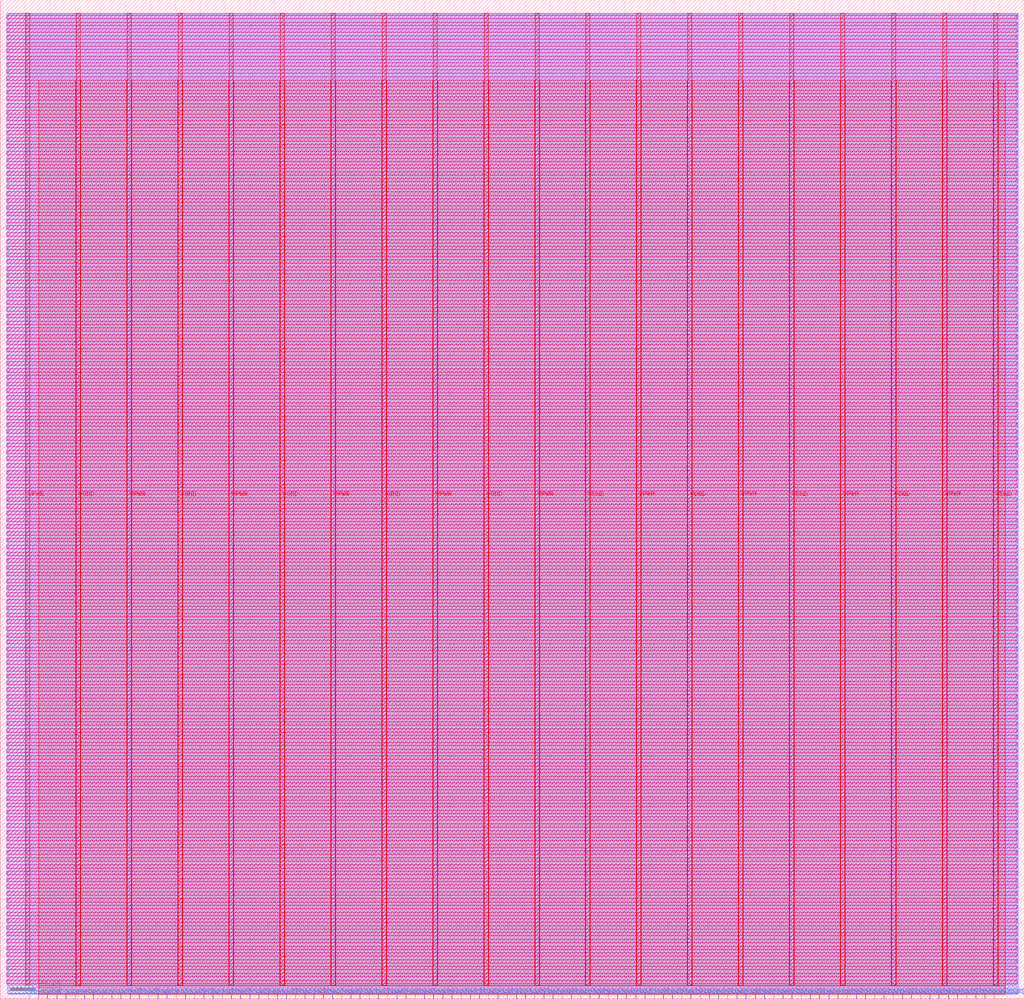
<source format=lef>
VERSION 5.7 ;
  NOWIREEXTENSIONATPIN ON ;
  DIVIDERCHAR "/" ;
  BUSBITCHARS "[]" ;
MACRO aes_example
  CLASS BLOCK ;
  FOREIGN aes_example ;
  ORIGIN 0.000 0.000 ;
  SIZE 820.000 BY 800.000 ;
  PIN VGND
    USE GROUND ;
    PORT
      LAYER met4 ;
        RECT 795.440 10.640 798.640 789.040 ;
    END
    PORT
      LAYER met4 ;
        RECT 713.840 10.640 717.040 789.040 ;
    END
    PORT
      LAYER met4 ;
        RECT 632.240 10.640 635.440 789.040 ;
    END
    PORT
      LAYER met4 ;
        RECT 550.640 10.640 553.840 789.040 ;
    END
    PORT
      LAYER met4 ;
        RECT 469.040 10.640 472.240 789.040 ;
    END
    PORT
      LAYER met4 ;
        RECT 387.440 10.640 390.640 789.040 ;
    END
    PORT
      LAYER met4 ;
        RECT 305.840 10.640 309.040 789.040 ;
    END
    PORT
      LAYER met4 ;
        RECT 224.240 10.640 227.440 789.040 ;
    END
    PORT
      LAYER met4 ;
        RECT 142.640 10.640 145.840 789.040 ;
    END
    PORT
      LAYER met4 ;
        RECT 61.040 10.640 64.240 789.040 ;
    END
  END VGND
  PIN VPWR
    USE POWER ;
    PORT
      LAYER met4 ;
        RECT 754.640 10.640 757.840 789.040 ;
    END
    PORT
      LAYER met4 ;
        RECT 673.040 10.640 676.240 789.040 ;
    END
    PORT
      LAYER met4 ;
        RECT 591.440 10.640 594.640 789.040 ;
    END
    PORT
      LAYER met4 ;
        RECT 509.840 10.640 513.040 789.040 ;
    END
    PORT
      LAYER met4 ;
        RECT 428.240 10.640 431.440 789.040 ;
    END
    PORT
      LAYER met4 ;
        RECT 346.640 10.640 349.840 789.040 ;
    END
    PORT
      LAYER met4 ;
        RECT 265.040 10.640 268.240 789.040 ;
    END
    PORT
      LAYER met4 ;
        RECT 183.440 10.640 186.640 789.040 ;
    END
    PORT
      LAYER met4 ;
        RECT 101.840 10.640 105.040 789.040 ;
    END
    PORT
      LAYER met4 ;
        RECT 20.240 10.640 23.440 789.040 ;
    END
  END VPWR
  PIN wb_clk_i
    PORT
      LAYER met2 ;
        RECT 23.090 0.000 23.370 4.000 ;
    END
  END wb_clk_i
  PIN wb_rst_i
    PORT
      LAYER met2 ;
        RECT 30.450 0.000 30.730 4.000 ;
    END
  END wb_rst_i
  PIN wbs_ack_o
    PORT
      LAYER met2 ;
        RECT 37.810 0.000 38.090 4.000 ;
    END
  END wbs_ack_o
  PIN wbs_adr_i[0]
    PORT
      LAYER met2 ;
        RECT 67.250 0.000 67.530 4.000 ;
    END
  END wbs_adr_i[0]
  PIN wbs_adr_i[10]
    PORT
      LAYER met2 ;
        RECT 317.490 0.000 317.770 4.000 ;
    END
  END wbs_adr_i[10]
  PIN wbs_adr_i[11]
    PORT
      LAYER met2 ;
        RECT 339.570 0.000 339.850 4.000 ;
    END
  END wbs_adr_i[11]
  PIN wbs_adr_i[12]
    PORT
      LAYER met2 ;
        RECT 361.650 0.000 361.930 4.000 ;
    END
  END wbs_adr_i[12]
  PIN wbs_adr_i[13]
    PORT
      LAYER met2 ;
        RECT 383.730 0.000 384.010 4.000 ;
    END
  END wbs_adr_i[13]
  PIN wbs_adr_i[14]
    PORT
      LAYER met2 ;
        RECT 405.810 0.000 406.090 4.000 ;
    END
  END wbs_adr_i[14]
  PIN wbs_adr_i[15]
    PORT
      LAYER met2 ;
        RECT 427.890 0.000 428.170 4.000 ;
    END
  END wbs_adr_i[15]
  PIN wbs_adr_i[16]
    PORT
      LAYER met2 ;
        RECT 449.970 0.000 450.250 4.000 ;
    END
  END wbs_adr_i[16]
  PIN wbs_adr_i[17]
    PORT
      LAYER met2 ;
        RECT 472.050 0.000 472.330 4.000 ;
    END
  END wbs_adr_i[17]
  PIN wbs_adr_i[18]
    PORT
      LAYER met2 ;
        RECT 494.130 0.000 494.410 4.000 ;
    END
  END wbs_adr_i[18]
  PIN wbs_adr_i[19]
    PORT
      LAYER met2 ;
        RECT 516.210 0.000 516.490 4.000 ;
    END
  END wbs_adr_i[19]
  PIN wbs_adr_i[1]
    PORT
      LAYER met2 ;
        RECT 96.690 0.000 96.970 4.000 ;
    END
  END wbs_adr_i[1]
  PIN wbs_adr_i[20]
    PORT
      LAYER met2 ;
        RECT 538.290 0.000 538.570 4.000 ;
    END
  END wbs_adr_i[20]
  PIN wbs_adr_i[21]
    PORT
      LAYER met2 ;
        RECT 560.370 0.000 560.650 4.000 ;
    END
  END wbs_adr_i[21]
  PIN wbs_adr_i[22]
    PORT
      LAYER met2 ;
        RECT 582.450 0.000 582.730 4.000 ;
    END
  END wbs_adr_i[22]
  PIN wbs_adr_i[23]
    PORT
      LAYER met2 ;
        RECT 604.530 0.000 604.810 4.000 ;
    END
  END wbs_adr_i[23]
  PIN wbs_adr_i[24]
    PORT
      LAYER met2 ;
        RECT 626.610 0.000 626.890 4.000 ;
    END
  END wbs_adr_i[24]
  PIN wbs_adr_i[25]
    PORT
      LAYER met2 ;
        RECT 648.690 0.000 648.970 4.000 ;
    END
  END wbs_adr_i[25]
  PIN wbs_adr_i[26]
    PORT
      LAYER met2 ;
        RECT 670.770 0.000 671.050 4.000 ;
    END
  END wbs_adr_i[26]
  PIN wbs_adr_i[27]
    PORT
      LAYER met2 ;
        RECT 692.850 0.000 693.130 4.000 ;
    END
  END wbs_adr_i[27]
  PIN wbs_adr_i[28]
    PORT
      LAYER met2 ;
        RECT 714.930 0.000 715.210 4.000 ;
    END
  END wbs_adr_i[28]
  PIN wbs_adr_i[29]
    PORT
      LAYER met2 ;
        RECT 737.010 0.000 737.290 4.000 ;
    END
  END wbs_adr_i[29]
  PIN wbs_adr_i[2]
    PORT
      LAYER met2 ;
        RECT 126.130 0.000 126.410 4.000 ;
    END
  END wbs_adr_i[2]
  PIN wbs_adr_i[30]
    PORT
      LAYER met2 ;
        RECT 759.090 0.000 759.370 4.000 ;
    END
  END wbs_adr_i[30]
  PIN wbs_adr_i[31]
    PORT
      LAYER met2 ;
        RECT 781.170 0.000 781.450 4.000 ;
    END
  END wbs_adr_i[31]
  PIN wbs_adr_i[3]
    PORT
      LAYER met2 ;
        RECT 155.570 0.000 155.850 4.000 ;
    END
  END wbs_adr_i[3]
  PIN wbs_adr_i[4]
    PORT
      LAYER met2 ;
        RECT 185.010 0.000 185.290 4.000 ;
    END
  END wbs_adr_i[4]
  PIN wbs_adr_i[5]
    PORT
      LAYER met2 ;
        RECT 207.090 0.000 207.370 4.000 ;
    END
  END wbs_adr_i[5]
  PIN wbs_adr_i[6]
    PORT
      LAYER met2 ;
        RECT 229.170 0.000 229.450 4.000 ;
    END
  END wbs_adr_i[6]
  PIN wbs_adr_i[7]
    PORT
      LAYER met2 ;
        RECT 251.250 0.000 251.530 4.000 ;
    END
  END wbs_adr_i[7]
  PIN wbs_adr_i[8]
    PORT
      LAYER met2 ;
        RECT 273.330 0.000 273.610 4.000 ;
    END
  END wbs_adr_i[8]
  PIN wbs_adr_i[9]
    PORT
      LAYER met2 ;
        RECT 295.410 0.000 295.690 4.000 ;
    END
  END wbs_adr_i[9]
  PIN wbs_cyc_i
    PORT
      LAYER met2 ;
        RECT 45.170 0.000 45.450 4.000 ;
    END
  END wbs_cyc_i
  PIN wbs_dat_i[0]
    PORT
      LAYER met2 ;
        RECT 74.610 0.000 74.890 4.000 ;
    END
  END wbs_dat_i[0]
  PIN wbs_dat_i[10]
    PORT
      LAYER met2 ;
        RECT 324.850 0.000 325.130 4.000 ;
    END
  END wbs_dat_i[10]
  PIN wbs_dat_i[11]
    PORT
      LAYER met2 ;
        RECT 346.930 0.000 347.210 4.000 ;
    END
  END wbs_dat_i[11]
  PIN wbs_dat_i[12]
    PORT
      LAYER met2 ;
        RECT 369.010 0.000 369.290 4.000 ;
    END
  END wbs_dat_i[12]
  PIN wbs_dat_i[13]
    PORT
      LAYER met2 ;
        RECT 391.090 0.000 391.370 4.000 ;
    END
  END wbs_dat_i[13]
  PIN wbs_dat_i[14]
    PORT
      LAYER met2 ;
        RECT 413.170 0.000 413.450 4.000 ;
    END
  END wbs_dat_i[14]
  PIN wbs_dat_i[15]
    PORT
      LAYER met2 ;
        RECT 435.250 0.000 435.530 4.000 ;
    END
  END wbs_dat_i[15]
  PIN wbs_dat_i[16]
    PORT
      LAYER met2 ;
        RECT 457.330 0.000 457.610 4.000 ;
    END
  END wbs_dat_i[16]
  PIN wbs_dat_i[17]
    PORT
      LAYER met2 ;
        RECT 479.410 0.000 479.690 4.000 ;
    END
  END wbs_dat_i[17]
  PIN wbs_dat_i[18]
    PORT
      LAYER met2 ;
        RECT 501.490 0.000 501.770 4.000 ;
    END
  END wbs_dat_i[18]
  PIN wbs_dat_i[19]
    PORT
      LAYER met2 ;
        RECT 523.570 0.000 523.850 4.000 ;
    END
  END wbs_dat_i[19]
  PIN wbs_dat_i[1]
    PORT
      LAYER met2 ;
        RECT 104.050 0.000 104.330 4.000 ;
    END
  END wbs_dat_i[1]
  PIN wbs_dat_i[20]
    PORT
      LAYER met2 ;
        RECT 545.650 0.000 545.930 4.000 ;
    END
  END wbs_dat_i[20]
  PIN wbs_dat_i[21]
    PORT
      LAYER met2 ;
        RECT 567.730 0.000 568.010 4.000 ;
    END
  END wbs_dat_i[21]
  PIN wbs_dat_i[22]
    PORT
      LAYER met2 ;
        RECT 589.810 0.000 590.090 4.000 ;
    END
  END wbs_dat_i[22]
  PIN wbs_dat_i[23]
    PORT
      LAYER met2 ;
        RECT 611.890 0.000 612.170 4.000 ;
    END
  END wbs_dat_i[23]
  PIN wbs_dat_i[24]
    PORT
      LAYER met2 ;
        RECT 633.970 0.000 634.250 4.000 ;
    END
  END wbs_dat_i[24]
  PIN wbs_dat_i[25]
    PORT
      LAYER met2 ;
        RECT 656.050 0.000 656.330 4.000 ;
    END
  END wbs_dat_i[25]
  PIN wbs_dat_i[26]
    PORT
      LAYER met2 ;
        RECT 678.130 0.000 678.410 4.000 ;
    END
  END wbs_dat_i[26]
  PIN wbs_dat_i[27]
    PORT
      LAYER met2 ;
        RECT 700.210 0.000 700.490 4.000 ;
    END
  END wbs_dat_i[27]
  PIN wbs_dat_i[28]
    PORT
      LAYER met2 ;
        RECT 722.290 0.000 722.570 4.000 ;
    END
  END wbs_dat_i[28]
  PIN wbs_dat_i[29]
    PORT
      LAYER met2 ;
        RECT 744.370 0.000 744.650 4.000 ;
    END
  END wbs_dat_i[29]
  PIN wbs_dat_i[2]
    PORT
      LAYER met2 ;
        RECT 133.490 0.000 133.770 4.000 ;
    END
  END wbs_dat_i[2]
  PIN wbs_dat_i[30]
    PORT
      LAYER met2 ;
        RECT 766.450 0.000 766.730 4.000 ;
    END
  END wbs_dat_i[30]
  PIN wbs_dat_i[31]
    PORT
      LAYER met2 ;
        RECT 788.530 0.000 788.810 4.000 ;
    END
  END wbs_dat_i[31]
  PIN wbs_dat_i[3]
    PORT
      LAYER met2 ;
        RECT 162.930 0.000 163.210 4.000 ;
    END
  END wbs_dat_i[3]
  PIN wbs_dat_i[4]
    PORT
      LAYER met2 ;
        RECT 192.370 0.000 192.650 4.000 ;
    END
  END wbs_dat_i[4]
  PIN wbs_dat_i[5]
    PORT
      LAYER met2 ;
        RECT 214.450 0.000 214.730 4.000 ;
    END
  END wbs_dat_i[5]
  PIN wbs_dat_i[6]
    PORT
      LAYER met2 ;
        RECT 236.530 0.000 236.810 4.000 ;
    END
  END wbs_dat_i[6]
  PIN wbs_dat_i[7]
    PORT
      LAYER met2 ;
        RECT 258.610 0.000 258.890 4.000 ;
    END
  END wbs_dat_i[7]
  PIN wbs_dat_i[8]
    PORT
      LAYER met2 ;
        RECT 280.690 0.000 280.970 4.000 ;
    END
  END wbs_dat_i[8]
  PIN wbs_dat_i[9]
    PORT
      LAYER met2 ;
        RECT 302.770 0.000 303.050 4.000 ;
    END
  END wbs_dat_i[9]
  PIN wbs_dat_o[0]
    PORT
      LAYER met2 ;
        RECT 81.970 0.000 82.250 4.000 ;
    END
  END wbs_dat_o[0]
  PIN wbs_dat_o[10]
    PORT
      LAYER met2 ;
        RECT 332.210 0.000 332.490 4.000 ;
    END
  END wbs_dat_o[10]
  PIN wbs_dat_o[11]
    PORT
      LAYER met2 ;
        RECT 354.290 0.000 354.570 4.000 ;
    END
  END wbs_dat_o[11]
  PIN wbs_dat_o[12]
    PORT
      LAYER met2 ;
        RECT 376.370 0.000 376.650 4.000 ;
    END
  END wbs_dat_o[12]
  PIN wbs_dat_o[13]
    PORT
      LAYER met2 ;
        RECT 398.450 0.000 398.730 4.000 ;
    END
  END wbs_dat_o[13]
  PIN wbs_dat_o[14]
    PORT
      LAYER met2 ;
        RECT 420.530 0.000 420.810 4.000 ;
    END
  END wbs_dat_o[14]
  PIN wbs_dat_o[15]
    PORT
      LAYER met2 ;
        RECT 442.610 0.000 442.890 4.000 ;
    END
  END wbs_dat_o[15]
  PIN wbs_dat_o[16]
    PORT
      LAYER met2 ;
        RECT 464.690 0.000 464.970 4.000 ;
    END
  END wbs_dat_o[16]
  PIN wbs_dat_o[17]
    PORT
      LAYER met2 ;
        RECT 486.770 0.000 487.050 4.000 ;
    END
  END wbs_dat_o[17]
  PIN wbs_dat_o[18]
    PORT
      LAYER met2 ;
        RECT 508.850 0.000 509.130 4.000 ;
    END
  END wbs_dat_o[18]
  PIN wbs_dat_o[19]
    PORT
      LAYER met2 ;
        RECT 530.930 0.000 531.210 4.000 ;
    END
  END wbs_dat_o[19]
  PIN wbs_dat_o[1]
    PORT
      LAYER met2 ;
        RECT 111.410 0.000 111.690 4.000 ;
    END
  END wbs_dat_o[1]
  PIN wbs_dat_o[20]
    PORT
      LAYER met2 ;
        RECT 553.010 0.000 553.290 4.000 ;
    END
  END wbs_dat_o[20]
  PIN wbs_dat_o[21]
    PORT
      LAYER met2 ;
        RECT 575.090 0.000 575.370 4.000 ;
    END
  END wbs_dat_o[21]
  PIN wbs_dat_o[22]
    PORT
      LAYER met2 ;
        RECT 597.170 0.000 597.450 4.000 ;
    END
  END wbs_dat_o[22]
  PIN wbs_dat_o[23]
    PORT
      LAYER met2 ;
        RECT 619.250 0.000 619.530 4.000 ;
    END
  END wbs_dat_o[23]
  PIN wbs_dat_o[24]
    PORT
      LAYER met2 ;
        RECT 641.330 0.000 641.610 4.000 ;
    END
  END wbs_dat_o[24]
  PIN wbs_dat_o[25]
    PORT
      LAYER met2 ;
        RECT 663.410 0.000 663.690 4.000 ;
    END
  END wbs_dat_o[25]
  PIN wbs_dat_o[26]
    PORT
      LAYER met2 ;
        RECT 685.490 0.000 685.770 4.000 ;
    END
  END wbs_dat_o[26]
  PIN wbs_dat_o[27]
    PORT
      LAYER met2 ;
        RECT 707.570 0.000 707.850 4.000 ;
    END
  END wbs_dat_o[27]
  PIN wbs_dat_o[28]
    PORT
      LAYER met2 ;
        RECT 729.650 0.000 729.930 4.000 ;
    END
  END wbs_dat_o[28]
  PIN wbs_dat_o[29]
    PORT
      LAYER met2 ;
        RECT 751.730 0.000 752.010 4.000 ;
    END
  END wbs_dat_o[29]
  PIN wbs_dat_o[2]
    PORT
      LAYER met2 ;
        RECT 140.850 0.000 141.130 4.000 ;
    END
  END wbs_dat_o[2]
  PIN wbs_dat_o[30]
    PORT
      LAYER met2 ;
        RECT 773.810 0.000 774.090 4.000 ;
    END
  END wbs_dat_o[30]
  PIN wbs_dat_o[31]
    PORT
      LAYER met2 ;
        RECT 795.890 0.000 796.170 4.000 ;
    END
  END wbs_dat_o[31]
  PIN wbs_dat_o[3]
    PORT
      LAYER met2 ;
        RECT 170.290 0.000 170.570 4.000 ;
    END
  END wbs_dat_o[3]
  PIN wbs_dat_o[4]
    PORT
      LAYER met2 ;
        RECT 199.730 0.000 200.010 4.000 ;
    END
  END wbs_dat_o[4]
  PIN wbs_dat_o[5]
    PORT
      LAYER met2 ;
        RECT 221.810 0.000 222.090 4.000 ;
    END
  END wbs_dat_o[5]
  PIN wbs_dat_o[6]
    PORT
      LAYER met2 ;
        RECT 243.890 0.000 244.170 4.000 ;
    END
  END wbs_dat_o[6]
  PIN wbs_dat_o[7]
    PORT
      LAYER met2 ;
        RECT 265.970 0.000 266.250 4.000 ;
    END
  END wbs_dat_o[7]
  PIN wbs_dat_o[8]
    PORT
      LAYER met2 ;
        RECT 288.050 0.000 288.330 4.000 ;
    END
  END wbs_dat_o[8]
  PIN wbs_dat_o[9]
    PORT
      LAYER met2 ;
        RECT 310.130 0.000 310.410 4.000 ;
    END
  END wbs_dat_o[9]
  PIN wbs_sel_i[0]
    PORT
      LAYER met2 ;
        RECT 89.330 0.000 89.610 4.000 ;
    END
  END wbs_sel_i[0]
  PIN wbs_sel_i[1]
    PORT
      LAYER met2 ;
        RECT 118.770 0.000 119.050 4.000 ;
    END
  END wbs_sel_i[1]
  PIN wbs_sel_i[2]
    PORT
      LAYER met2 ;
        RECT 148.210 0.000 148.490 4.000 ;
    END
  END wbs_sel_i[2]
  PIN wbs_sel_i[3]
    PORT
      LAYER met2 ;
        RECT 177.650 0.000 177.930 4.000 ;
    END
  END wbs_sel_i[3]
  PIN wbs_stb_i
    PORT
      LAYER met2 ;
        RECT 52.530 0.000 52.810 4.000 ;
    END
  END wbs_stb_i
  PIN wbs_we_i
    PORT
      LAYER met2 ;
        RECT 59.890 0.000 60.170 4.000 ;
    END
  END wbs_we_i
  OBS
      LAYER nwell ;
        RECT 5.330 784.665 814.390 787.495 ;
        RECT 5.330 779.225 814.390 782.055 ;
        RECT 5.330 773.785 814.390 776.615 ;
        RECT 5.330 768.345 814.390 771.175 ;
        RECT 5.330 762.905 814.390 765.735 ;
        RECT 5.330 757.465 814.390 760.295 ;
        RECT 5.330 752.025 814.390 754.855 ;
        RECT 5.330 746.585 814.390 749.415 ;
        RECT 5.330 741.145 814.390 743.975 ;
        RECT 5.330 735.705 814.390 738.535 ;
        RECT 5.330 730.265 814.390 733.095 ;
        RECT 5.330 724.825 814.390 727.655 ;
        RECT 5.330 719.385 814.390 722.215 ;
        RECT 5.330 713.945 814.390 716.775 ;
        RECT 5.330 708.505 814.390 711.335 ;
        RECT 5.330 703.065 814.390 705.895 ;
        RECT 5.330 697.625 814.390 700.455 ;
        RECT 5.330 692.185 814.390 695.015 ;
        RECT 5.330 686.745 814.390 689.575 ;
        RECT 5.330 681.305 814.390 684.135 ;
        RECT 5.330 675.865 814.390 678.695 ;
        RECT 5.330 670.425 814.390 673.255 ;
        RECT 5.330 664.985 814.390 667.815 ;
        RECT 5.330 659.545 814.390 662.375 ;
        RECT 5.330 654.105 814.390 656.935 ;
        RECT 5.330 648.665 814.390 651.495 ;
        RECT 5.330 643.225 814.390 646.055 ;
        RECT 5.330 637.785 814.390 640.615 ;
        RECT 5.330 632.345 814.390 635.175 ;
        RECT 5.330 626.905 814.390 629.735 ;
        RECT 5.330 621.465 814.390 624.295 ;
        RECT 5.330 616.025 814.390 618.855 ;
        RECT 5.330 610.585 814.390 613.415 ;
        RECT 5.330 605.145 814.390 607.975 ;
        RECT 5.330 599.705 814.390 602.535 ;
        RECT 5.330 594.265 814.390 597.095 ;
        RECT 5.330 588.825 814.390 591.655 ;
        RECT 5.330 583.385 814.390 586.215 ;
        RECT 5.330 577.945 814.390 580.775 ;
        RECT 5.330 572.505 814.390 575.335 ;
        RECT 5.330 567.065 814.390 569.895 ;
        RECT 5.330 561.625 814.390 564.455 ;
        RECT 5.330 556.185 814.390 559.015 ;
        RECT 5.330 550.745 814.390 553.575 ;
        RECT 5.330 545.305 814.390 548.135 ;
        RECT 5.330 539.865 814.390 542.695 ;
        RECT 5.330 534.425 814.390 537.255 ;
        RECT 5.330 528.985 814.390 531.815 ;
        RECT 5.330 523.545 814.390 526.375 ;
        RECT 5.330 518.105 814.390 520.935 ;
        RECT 5.330 512.665 814.390 515.495 ;
        RECT 5.330 507.225 814.390 510.055 ;
        RECT 5.330 501.785 814.390 504.615 ;
        RECT 5.330 496.345 814.390 499.175 ;
        RECT 5.330 490.905 814.390 493.735 ;
        RECT 5.330 485.465 814.390 488.295 ;
        RECT 5.330 480.025 814.390 482.855 ;
        RECT 5.330 474.585 814.390 477.415 ;
        RECT 5.330 469.145 814.390 471.975 ;
        RECT 5.330 463.705 814.390 466.535 ;
        RECT 5.330 458.265 814.390 461.095 ;
        RECT 5.330 452.825 814.390 455.655 ;
        RECT 5.330 447.385 814.390 450.215 ;
        RECT 5.330 441.945 814.390 444.775 ;
        RECT 5.330 436.505 814.390 439.335 ;
        RECT 5.330 431.065 814.390 433.895 ;
        RECT 5.330 425.625 814.390 428.455 ;
        RECT 5.330 420.185 814.390 423.015 ;
        RECT 5.330 414.745 814.390 417.575 ;
        RECT 5.330 409.305 814.390 412.135 ;
        RECT 5.330 403.865 814.390 406.695 ;
        RECT 5.330 398.425 814.390 401.255 ;
        RECT 5.330 392.985 814.390 395.815 ;
        RECT 5.330 387.545 814.390 390.375 ;
        RECT 5.330 382.105 814.390 384.935 ;
        RECT 5.330 376.665 814.390 379.495 ;
        RECT 5.330 371.225 814.390 374.055 ;
        RECT 5.330 365.785 814.390 368.615 ;
        RECT 5.330 360.345 814.390 363.175 ;
        RECT 5.330 354.905 814.390 357.735 ;
        RECT 5.330 349.465 814.390 352.295 ;
        RECT 5.330 344.025 814.390 346.855 ;
        RECT 5.330 338.585 814.390 341.415 ;
        RECT 5.330 333.145 814.390 335.975 ;
        RECT 5.330 327.705 814.390 330.535 ;
        RECT 5.330 322.265 814.390 325.095 ;
        RECT 5.330 316.825 814.390 319.655 ;
        RECT 5.330 311.385 814.390 314.215 ;
        RECT 5.330 305.945 814.390 308.775 ;
        RECT 5.330 300.505 814.390 303.335 ;
        RECT 5.330 295.065 814.390 297.895 ;
        RECT 5.330 289.625 814.390 292.455 ;
        RECT 5.330 284.185 814.390 287.015 ;
        RECT 5.330 278.745 814.390 281.575 ;
        RECT 5.330 273.305 814.390 276.135 ;
        RECT 5.330 267.865 814.390 270.695 ;
        RECT 5.330 262.425 814.390 265.255 ;
        RECT 5.330 256.985 814.390 259.815 ;
        RECT 5.330 251.545 814.390 254.375 ;
        RECT 5.330 246.105 814.390 248.935 ;
        RECT 5.330 240.665 814.390 243.495 ;
        RECT 5.330 235.225 814.390 238.055 ;
        RECT 5.330 229.785 814.390 232.615 ;
        RECT 5.330 224.345 814.390 227.175 ;
        RECT 5.330 218.905 814.390 221.735 ;
        RECT 5.330 213.465 814.390 216.295 ;
        RECT 5.330 208.025 814.390 210.855 ;
        RECT 5.330 202.585 814.390 205.415 ;
        RECT 5.330 197.145 814.390 199.975 ;
        RECT 5.330 191.705 814.390 194.535 ;
        RECT 5.330 186.265 814.390 189.095 ;
        RECT 5.330 180.825 814.390 183.655 ;
        RECT 5.330 175.385 814.390 178.215 ;
        RECT 5.330 169.945 814.390 172.775 ;
        RECT 5.330 164.505 814.390 167.335 ;
        RECT 5.330 159.065 814.390 161.895 ;
        RECT 5.330 153.625 814.390 156.455 ;
        RECT 5.330 148.185 814.390 151.015 ;
        RECT 5.330 142.745 814.390 145.575 ;
        RECT 5.330 137.305 814.390 140.135 ;
        RECT 5.330 131.865 814.390 134.695 ;
        RECT 5.330 126.425 814.390 129.255 ;
        RECT 5.330 120.985 814.390 123.815 ;
        RECT 5.330 115.545 814.390 118.375 ;
        RECT 5.330 110.105 814.390 112.935 ;
        RECT 5.330 104.665 814.390 107.495 ;
        RECT 5.330 99.225 814.390 102.055 ;
        RECT 5.330 93.785 814.390 96.615 ;
        RECT 5.330 88.345 814.390 91.175 ;
        RECT 5.330 82.905 814.390 85.735 ;
        RECT 5.330 77.465 814.390 80.295 ;
        RECT 5.330 72.025 814.390 74.855 ;
        RECT 5.330 66.585 814.390 69.415 ;
        RECT 5.330 61.145 814.390 63.975 ;
        RECT 5.330 55.705 814.390 58.535 ;
        RECT 5.330 50.265 814.390 53.095 ;
        RECT 5.330 44.825 814.390 47.655 ;
        RECT 5.330 39.385 814.390 42.215 ;
        RECT 5.330 33.945 814.390 36.775 ;
        RECT 5.330 28.505 814.390 31.335 ;
        RECT 5.330 23.065 814.390 25.895 ;
        RECT 5.330 17.625 814.390 20.455 ;
        RECT 5.330 12.185 814.390 15.015 ;
      LAYER li1 ;
        RECT 5.520 10.795 814.200 788.885 ;
      LAYER met1 ;
        RECT 5.520 4.120 815.050 789.040 ;
      LAYER met2 ;
        RECT 7.000 4.280 815.020 788.985 ;
        RECT 7.000 3.555 22.810 4.280 ;
        RECT 23.650 3.555 30.170 4.280 ;
        RECT 31.010 3.555 37.530 4.280 ;
        RECT 38.370 3.555 44.890 4.280 ;
        RECT 45.730 3.555 52.250 4.280 ;
        RECT 53.090 3.555 59.610 4.280 ;
        RECT 60.450 3.555 66.970 4.280 ;
        RECT 67.810 3.555 74.330 4.280 ;
        RECT 75.170 3.555 81.690 4.280 ;
        RECT 82.530 3.555 89.050 4.280 ;
        RECT 89.890 3.555 96.410 4.280 ;
        RECT 97.250 3.555 103.770 4.280 ;
        RECT 104.610 3.555 111.130 4.280 ;
        RECT 111.970 3.555 118.490 4.280 ;
        RECT 119.330 3.555 125.850 4.280 ;
        RECT 126.690 3.555 133.210 4.280 ;
        RECT 134.050 3.555 140.570 4.280 ;
        RECT 141.410 3.555 147.930 4.280 ;
        RECT 148.770 3.555 155.290 4.280 ;
        RECT 156.130 3.555 162.650 4.280 ;
        RECT 163.490 3.555 170.010 4.280 ;
        RECT 170.850 3.555 177.370 4.280 ;
        RECT 178.210 3.555 184.730 4.280 ;
        RECT 185.570 3.555 192.090 4.280 ;
        RECT 192.930 3.555 199.450 4.280 ;
        RECT 200.290 3.555 206.810 4.280 ;
        RECT 207.650 3.555 214.170 4.280 ;
        RECT 215.010 3.555 221.530 4.280 ;
        RECT 222.370 3.555 228.890 4.280 ;
        RECT 229.730 3.555 236.250 4.280 ;
        RECT 237.090 3.555 243.610 4.280 ;
        RECT 244.450 3.555 250.970 4.280 ;
        RECT 251.810 3.555 258.330 4.280 ;
        RECT 259.170 3.555 265.690 4.280 ;
        RECT 266.530 3.555 273.050 4.280 ;
        RECT 273.890 3.555 280.410 4.280 ;
        RECT 281.250 3.555 287.770 4.280 ;
        RECT 288.610 3.555 295.130 4.280 ;
        RECT 295.970 3.555 302.490 4.280 ;
        RECT 303.330 3.555 309.850 4.280 ;
        RECT 310.690 3.555 317.210 4.280 ;
        RECT 318.050 3.555 324.570 4.280 ;
        RECT 325.410 3.555 331.930 4.280 ;
        RECT 332.770 3.555 339.290 4.280 ;
        RECT 340.130 3.555 346.650 4.280 ;
        RECT 347.490 3.555 354.010 4.280 ;
        RECT 354.850 3.555 361.370 4.280 ;
        RECT 362.210 3.555 368.730 4.280 ;
        RECT 369.570 3.555 376.090 4.280 ;
        RECT 376.930 3.555 383.450 4.280 ;
        RECT 384.290 3.555 390.810 4.280 ;
        RECT 391.650 3.555 398.170 4.280 ;
        RECT 399.010 3.555 405.530 4.280 ;
        RECT 406.370 3.555 412.890 4.280 ;
        RECT 413.730 3.555 420.250 4.280 ;
        RECT 421.090 3.555 427.610 4.280 ;
        RECT 428.450 3.555 434.970 4.280 ;
        RECT 435.810 3.555 442.330 4.280 ;
        RECT 443.170 3.555 449.690 4.280 ;
        RECT 450.530 3.555 457.050 4.280 ;
        RECT 457.890 3.555 464.410 4.280 ;
        RECT 465.250 3.555 471.770 4.280 ;
        RECT 472.610 3.555 479.130 4.280 ;
        RECT 479.970 3.555 486.490 4.280 ;
        RECT 487.330 3.555 493.850 4.280 ;
        RECT 494.690 3.555 501.210 4.280 ;
        RECT 502.050 3.555 508.570 4.280 ;
        RECT 509.410 3.555 515.930 4.280 ;
        RECT 516.770 3.555 523.290 4.280 ;
        RECT 524.130 3.555 530.650 4.280 ;
        RECT 531.490 3.555 538.010 4.280 ;
        RECT 538.850 3.555 545.370 4.280 ;
        RECT 546.210 3.555 552.730 4.280 ;
        RECT 553.570 3.555 560.090 4.280 ;
        RECT 560.930 3.555 567.450 4.280 ;
        RECT 568.290 3.555 574.810 4.280 ;
        RECT 575.650 3.555 582.170 4.280 ;
        RECT 583.010 3.555 589.530 4.280 ;
        RECT 590.370 3.555 596.890 4.280 ;
        RECT 597.730 3.555 604.250 4.280 ;
        RECT 605.090 3.555 611.610 4.280 ;
        RECT 612.450 3.555 618.970 4.280 ;
        RECT 619.810 3.555 626.330 4.280 ;
        RECT 627.170 3.555 633.690 4.280 ;
        RECT 634.530 3.555 641.050 4.280 ;
        RECT 641.890 3.555 648.410 4.280 ;
        RECT 649.250 3.555 655.770 4.280 ;
        RECT 656.610 3.555 663.130 4.280 ;
        RECT 663.970 3.555 670.490 4.280 ;
        RECT 671.330 3.555 677.850 4.280 ;
        RECT 678.690 3.555 685.210 4.280 ;
        RECT 686.050 3.555 692.570 4.280 ;
        RECT 693.410 3.555 699.930 4.280 ;
        RECT 700.770 3.555 707.290 4.280 ;
        RECT 708.130 3.555 714.650 4.280 ;
        RECT 715.490 3.555 722.010 4.280 ;
        RECT 722.850 3.555 729.370 4.280 ;
        RECT 730.210 3.555 736.730 4.280 ;
        RECT 737.570 3.555 744.090 4.280 ;
        RECT 744.930 3.555 751.450 4.280 ;
        RECT 752.290 3.555 758.810 4.280 ;
        RECT 759.650 3.555 766.170 4.280 ;
        RECT 767.010 3.555 773.530 4.280 ;
        RECT 774.370 3.555 780.890 4.280 ;
        RECT 781.730 3.555 788.250 4.280 ;
        RECT 789.090 3.555 795.610 4.280 ;
        RECT 796.450 3.555 815.020 4.280 ;
      LAYER met3 ;
        RECT 19.845 3.575 813.215 788.965 ;
      LAYER met4 ;
        RECT 30.655 10.240 60.640 735.585 ;
        RECT 64.640 10.240 101.440 735.585 ;
        RECT 105.440 10.240 142.240 735.585 ;
        RECT 146.240 10.240 183.040 735.585 ;
        RECT 187.040 10.240 223.840 735.585 ;
        RECT 227.840 10.240 264.640 735.585 ;
        RECT 268.640 10.240 305.440 735.585 ;
        RECT 309.440 10.240 346.240 735.585 ;
        RECT 350.240 10.240 387.040 735.585 ;
        RECT 391.040 10.240 427.840 735.585 ;
        RECT 431.840 10.240 468.640 735.585 ;
        RECT 472.640 10.240 509.440 735.585 ;
        RECT 513.440 10.240 550.240 735.585 ;
        RECT 554.240 10.240 591.040 735.585 ;
        RECT 595.040 10.240 631.840 735.585 ;
        RECT 635.840 10.240 672.640 735.585 ;
        RECT 676.640 10.240 713.440 735.585 ;
        RECT 717.440 10.240 754.240 735.585 ;
        RECT 758.240 10.240 795.040 735.585 ;
        RECT 799.040 10.240 804.705 735.585 ;
        RECT 30.655 3.575 804.705 10.240 ;
  END
END aes_example
END LIBRARY


</source>
